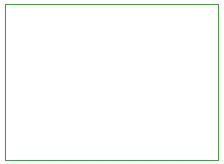
<source format=gko>
G04 Layer_Color=16604159*
%FSAX24Y24*%
%MOIN*%
G70*
G01*
G75*
%ADD36C,0.0010*%
D36*
X000000Y005200D02*
X007100D01*
Y000000D02*
Y005200D01*
X000000Y000000D02*
Y005200D01*
Y000000D02*
X007100D01*
M02*

</source>
